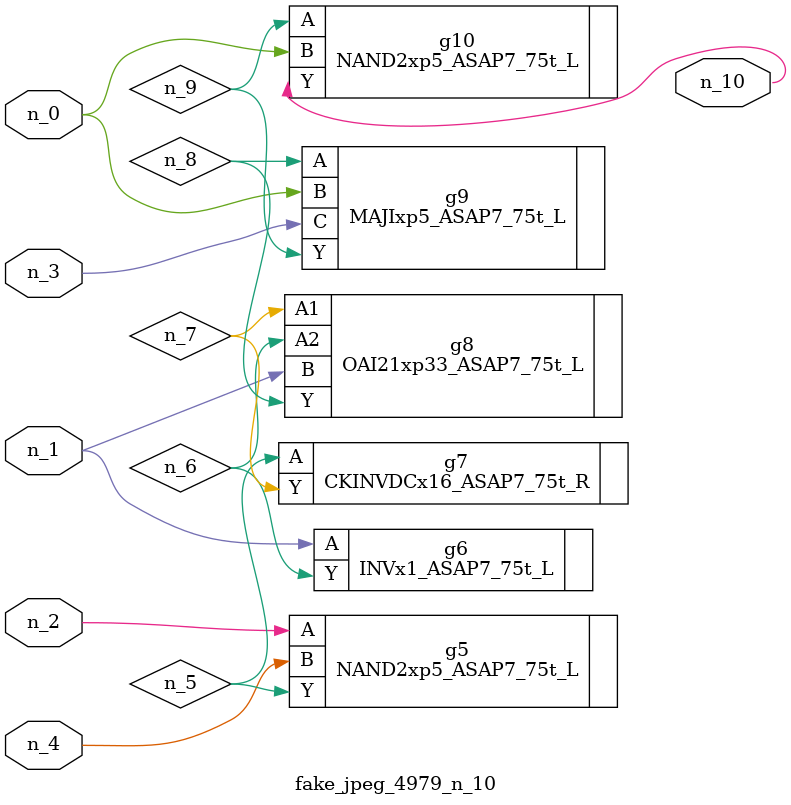
<source format=v>
module fake_jpeg_4979_n_10 (n_3, n_2, n_1, n_0, n_4, n_10);

input n_3;
input n_2;
input n_1;
input n_0;
input n_4;

output n_10;

wire n_8;
wire n_9;
wire n_6;
wire n_5;
wire n_7;

NAND2xp5_ASAP7_75t_L g5 ( 
.A(n_2),
.B(n_4),
.Y(n_5)
);

INVx1_ASAP7_75t_L g6 ( 
.A(n_1),
.Y(n_6)
);

CKINVDCx16_ASAP7_75t_R g7 ( 
.A(n_5),
.Y(n_7)
);

OAI21xp33_ASAP7_75t_L g8 ( 
.A1(n_7),
.A2(n_6),
.B(n_1),
.Y(n_8)
);

MAJIxp5_ASAP7_75t_L g9 ( 
.A(n_8),
.B(n_0),
.C(n_3),
.Y(n_9)
);

NAND2xp5_ASAP7_75t_L g10 ( 
.A(n_9),
.B(n_0),
.Y(n_10)
);


endmodule
</source>
